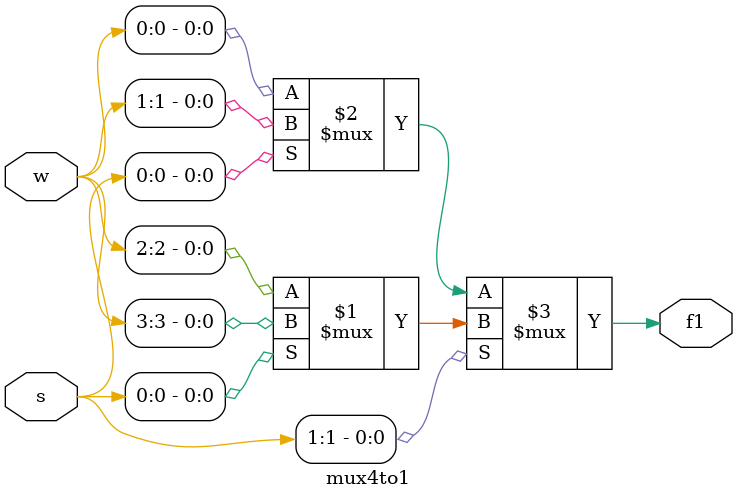
<source format=v>
module q4(B,G);
input [3:0] B;
output [3:0] G;
xor (k,B[1],B[0]);
mux4to1 s0 ({1'b0,1'b0,1'b1,1'b1},B[3:2],G[3]);
mux4to1 s1 ({1'b0,1'b1,1'b1,1'b0},B[3:2],G[2]);
mux4to1 s2 ({B[1],~B[1],B[1],~B[1]},B[3:2],G[1]);
mux4to1 s3 ({k,k,k,k},B[3:2],G[0]);
endmodule	

module mux4to1(w,s,f1);
input [0:3] w;
input [1:0] s;
output f1;
assign f1 = s[1] ? (s[0] ? w[3]:w[2]) : (s[0] ? w[1]:w[0]);
endmodule 

</source>
